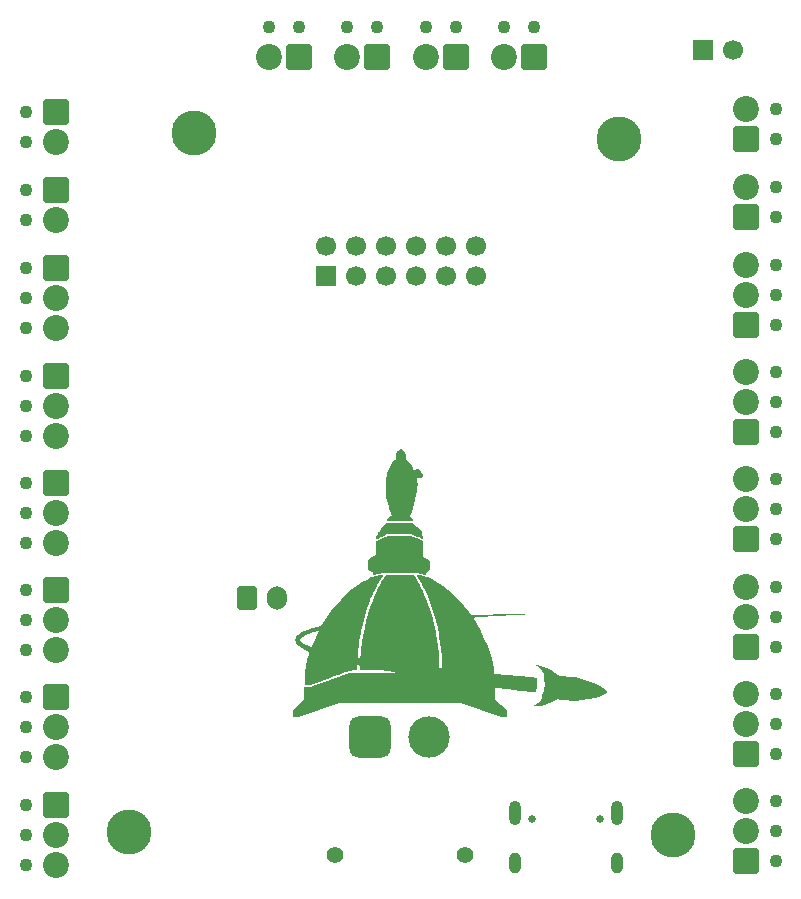
<source format=gbr>
%TF.GenerationSoftware,KiCad,Pcbnew,9.0.4*%
%TF.CreationDate,2025-10-16T14:13:28-04:00*%
%TF.ProjectId,Alpha_Breakout,416c7068-615f-4427-9265-616b6f75742e,rev?*%
%TF.SameCoordinates,Original*%
%TF.FileFunction,Soldermask,Bot*%
%TF.FilePolarity,Negative*%
%FSLAX46Y46*%
G04 Gerber Fmt 4.6, Leading zero omitted, Abs format (unit mm)*
G04 Created by KiCad (PCBNEW 9.0.4) date 2025-10-16 14:13:28*
%MOMM*%
%LPD*%
G01*
G04 APERTURE LIST*
G04 Aperture macros list*
%AMRoundRect*
0 Rectangle with rounded corners*
0 $1 Rounding radius*
0 $2 $3 $4 $5 $6 $7 $8 $9 X,Y pos of 4 corners*
0 Add a 4 corners polygon primitive as box body*
4,1,4,$2,$3,$4,$5,$6,$7,$8,$9,$2,$3,0*
0 Add four circle primitives for the rounded corners*
1,1,$1+$1,$2,$3*
1,1,$1+$1,$4,$5*
1,1,$1+$1,$6,$7*
1,1,$1+$1,$8,$9*
0 Add four rect primitives between the rounded corners*
20,1,$1+$1,$2,$3,$4,$5,0*
20,1,$1+$1,$4,$5,$6,$7,0*
20,1,$1+$1,$6,$7,$8,$9,0*
20,1,$1+$1,$8,$9,$2,$3,0*%
G04 Aperture macros list end*
%ADD10C,0.000000*%
%ADD11C,1.100000*%
%ADD12RoundRect,0.249999X-0.850001X0.850001X-0.850001X-0.850001X0.850001X-0.850001X0.850001X0.850001X0*%
%ADD13C,2.200000*%
%ADD14RoundRect,0.249999X0.850001X-0.850001X0.850001X0.850001X-0.850001X0.850001X-0.850001X-0.850001X0*%
%ADD15RoundRect,0.249999X0.850001X0.850001X-0.850001X0.850001X-0.850001X-0.850001X0.850001X-0.850001X0*%
%ADD16C,1.400000*%
%ADD17RoundRect,0.770000X0.980000X0.980000X-0.980000X0.980000X-0.980000X-0.980000X0.980000X-0.980000X0*%
%ADD18C,3.500000*%
%ADD19C,3.800000*%
%ADD20RoundRect,0.250000X-0.600000X-0.750000X0.600000X-0.750000X0.600000X0.750000X-0.600000X0.750000X0*%
%ADD21O,1.700000X2.000000*%
%ADD22R,1.700000X1.700000*%
%ADD23C,1.700000*%
%ADD24C,0.650000*%
%ADD25O,1.000000X2.100000*%
%ADD26O,1.000000X1.800000*%
G04 APERTURE END LIST*
D10*
%TO.C,G\u002A\u002A\u002A*%
G36*
X159756920Y-117312052D02*
G01*
X159742746Y-117326227D01*
X159728572Y-117312052D01*
X159742746Y-117297878D01*
X159756920Y-117312052D01*
G37*
G36*
X149771655Y-105654229D02*
G01*
X150146875Y-106030223D01*
X150146875Y-106176614D01*
X150146903Y-106186643D01*
X150152762Y-106277143D01*
X150173926Y-106334190D01*
X150217746Y-106378751D01*
X150255254Y-106414864D01*
X150281733Y-106473641D01*
X150288616Y-106565072D01*
X150287990Y-106605849D01*
X150283518Y-106670251D01*
X150276158Y-106695646D01*
X150275912Y-106695620D01*
X150245332Y-106683186D01*
X150171949Y-106650588D01*
X150063924Y-106601531D01*
X149929420Y-106539720D01*
X149776599Y-106468860D01*
X149289498Y-106242075D01*
X148274900Y-106242075D01*
X147260301Y-106242075D01*
X146798272Y-106468860D01*
X146659536Y-106536457D01*
X146526665Y-106600138D01*
X146419103Y-106650547D01*
X146345344Y-106683709D01*
X146313880Y-106695646D01*
X146306410Y-106687829D01*
X146295718Y-106638992D01*
X146291518Y-106560218D01*
X146297396Y-106469386D01*
X146322249Y-106407479D01*
X146376563Y-106350164D01*
X146438405Y-106278141D01*
X146461607Y-106190312D01*
X146466154Y-106159275D01*
X146486664Y-106111388D01*
X146527835Y-106046920D01*
X146594150Y-105959634D01*
X146690095Y-105843293D01*
X146820155Y-105691661D01*
X147178702Y-105278235D01*
X148287569Y-105278235D01*
X149396435Y-105278235D01*
X149771655Y-105654229D01*
G37*
G36*
X149784447Y-106617335D02*
G01*
X150286639Y-106851561D01*
X150294715Y-107513740D01*
X150302790Y-108175918D01*
X150586273Y-108339815D01*
X150869755Y-108503712D01*
X150877620Y-108886131D01*
X150885485Y-109268551D01*
X150686269Y-109420479D01*
X150591142Y-109495977D01*
X150527732Y-109556064D01*
X150495828Y-109604174D01*
X150487054Y-109649954D01*
X150484270Y-109696984D01*
X150463981Y-109714050D01*
X150409096Y-109697367D01*
X150384381Y-109689099D01*
X150301324Y-109666520D01*
X150188114Y-109639544D01*
X150061831Y-109612352D01*
X149990641Y-109599005D01*
X149908756Y-109586813D01*
X149815700Y-109576677D01*
X149704971Y-109568264D01*
X149570065Y-109561241D01*
X149404478Y-109555274D01*
X149201706Y-109550029D01*
X148955246Y-109545172D01*
X148658594Y-109540371D01*
X148334417Y-109536302D01*
X147992452Y-109534530D01*
X147694030Y-109536446D01*
X147432029Y-109542378D01*
X147199328Y-109552656D01*
X146988804Y-109567608D01*
X146793337Y-109587563D01*
X146605804Y-109612850D01*
X146419085Y-109643798D01*
X146309261Y-109663326D01*
X146199848Y-109682318D01*
X146121986Y-109695290D01*
X146087790Y-109700180D01*
X146086302Y-109699949D01*
X146070730Y-109671067D01*
X146059441Y-109608476D01*
X146055007Y-109578398D01*
X146038057Y-109537228D01*
X146000456Y-109497769D01*
X145932321Y-109450729D01*
X145823773Y-109386814D01*
X145596987Y-109257232D01*
X145596987Y-108833973D01*
X145596987Y-108410713D01*
X145944252Y-108232654D01*
X146291518Y-108054596D01*
X146291518Y-107461838D01*
X146291767Y-107343301D01*
X146293740Y-107157564D01*
X146297937Y-107020362D01*
X146304667Y-106926361D01*
X146314237Y-106870222D01*
X146326953Y-106846611D01*
X146358296Y-106830160D01*
X146433662Y-106793083D01*
X146543351Y-106740209D01*
X146678471Y-106675819D01*
X146830134Y-106604197D01*
X147297880Y-106384253D01*
X148290067Y-106383681D01*
X149282255Y-106383110D01*
X149784447Y-106617335D01*
G37*
G36*
X159975953Y-117366873D02*
G01*
X160286237Y-117439551D01*
X160546194Y-117511716D01*
X160760385Y-117584713D01*
X160933371Y-117659884D01*
X161002602Y-117697132D01*
X161138430Y-117779178D01*
X161292034Y-117879774D01*
X161447550Y-117988076D01*
X161589112Y-118093243D01*
X161700857Y-118184430D01*
X161834759Y-118302295D01*
X162234511Y-118307150D01*
X162559777Y-118319985D01*
X163130320Y-118385386D01*
X163691236Y-118503913D01*
X164237478Y-118673880D01*
X164763995Y-118893604D01*
X165265740Y-119161401D01*
X165737663Y-119475586D01*
X165951005Y-119633401D01*
X165639174Y-119782250D01*
X165314810Y-119924594D01*
X164792318Y-120107494D01*
X164249559Y-120244814D01*
X163698640Y-120333116D01*
X163534768Y-120346870D01*
X163313129Y-120355627D01*
X163068095Y-120357326D01*
X162812985Y-120352407D01*
X162561119Y-120341314D01*
X162325818Y-120324487D01*
X162120401Y-120302368D01*
X161958189Y-120275400D01*
X161678989Y-120215434D01*
X161547140Y-120300013D01*
X161388470Y-120391404D01*
X161190123Y-120489012D01*
X160975792Y-120581808D01*
X160765437Y-120661163D01*
X160579018Y-120718451D01*
X160515135Y-120733912D01*
X160239275Y-120781455D01*
X159912835Y-120810492D01*
X159867670Y-120813042D01*
X159724858Y-120821086D01*
X159603804Y-120827875D01*
X159516126Y-120832759D01*
X159473438Y-120835088D01*
X159468838Y-120831236D01*
X159502623Y-120813793D01*
X159572656Y-120786741D01*
X159763600Y-120708993D01*
X159975082Y-120592462D01*
X160137274Y-120462543D01*
X160174714Y-120423084D01*
X160224353Y-120358658D01*
X160266724Y-120281320D01*
X160309010Y-120177085D01*
X160358394Y-120031968D01*
X160373939Y-119983746D01*
X160449787Y-119731223D01*
X160503765Y-119512523D01*
X160538510Y-119313081D01*
X160556657Y-119118337D01*
X160560844Y-118913727D01*
X160560531Y-118886623D01*
X160551738Y-118646009D01*
X160533161Y-118417930D01*
X160506215Y-118213390D01*
X160472316Y-118043390D01*
X160432880Y-117918934D01*
X160377080Y-117819152D01*
X160263748Y-117681823D01*
X160114878Y-117547406D01*
X159941183Y-117426628D01*
X159927383Y-117418209D01*
X159855902Y-117370797D01*
X159826053Y-117342984D01*
X159841964Y-117338441D01*
X159975953Y-117366873D01*
G37*
G36*
X148472180Y-99091745D02*
G01*
X148591059Y-99162370D01*
X148670370Y-99231860D01*
X148776077Y-99375370D01*
X148836645Y-99547657D01*
X148854587Y-99754367D01*
X148854314Y-99784040D01*
X148855705Y-99885216D01*
X148863619Y-99945985D01*
X148881123Y-99979594D01*
X148911284Y-99999285D01*
X148917515Y-100002274D01*
X148996845Y-100054865D01*
X149092826Y-100136554D01*
X149190008Y-100232230D01*
X149272945Y-100326785D01*
X149326188Y-100405109D01*
X149363948Y-100512269D01*
X149381473Y-100673739D01*
X149381473Y-100834001D01*
X149473605Y-100816096D01*
X149615232Y-100791440D01*
X149770781Y-100776766D01*
X149890740Y-100786643D01*
X149985212Y-100823716D01*
X150064302Y-100890629D01*
X150138112Y-100990028D01*
X150175453Y-101053170D01*
X150236142Y-101195342D01*
X150256360Y-101320191D01*
X150234107Y-101418792D01*
X150228455Y-101428716D01*
X150203894Y-101455717D01*
X150162788Y-101471082D01*
X150091767Y-101477979D01*
X149977462Y-101479575D01*
X149949805Y-101479739D01*
X149847482Y-101483461D01*
X149772660Y-101491087D01*
X149739930Y-101501283D01*
X149738163Y-101524426D01*
X149747720Y-101590043D01*
X149768391Y-101678460D01*
X149794531Y-101819046D01*
X149804675Y-102048252D01*
X149786933Y-102325905D01*
X149741342Y-102651506D01*
X149667939Y-103024552D01*
X149614014Y-103268971D01*
X149563002Y-103497849D01*
X149520462Y-103684495D01*
X149484539Y-103835893D01*
X149453381Y-103959025D01*
X149425134Y-104060875D01*
X149397945Y-104148424D01*
X149369961Y-104228656D01*
X149339329Y-104308554D01*
X149304195Y-104395101D01*
X149302347Y-104399585D01*
X149241538Y-104547044D01*
X149200205Y-104651110D01*
X149177007Y-104720878D01*
X149170602Y-104765440D01*
X149179649Y-104793892D01*
X149202805Y-104815327D01*
X149238729Y-104838838D01*
X149259602Y-104854181D01*
X149333487Y-104933964D01*
X149388345Y-105030259D01*
X149409822Y-105119517D01*
X149408035Y-105127344D01*
X149396111Y-105137461D01*
X149368531Y-105145600D01*
X149320168Y-105151969D01*
X149245889Y-105156781D01*
X149140566Y-105160245D01*
X148999067Y-105162572D01*
X148816264Y-105163974D01*
X148587025Y-105164661D01*
X148306220Y-105164843D01*
X147202619Y-105164843D01*
X147225452Y-105085229D01*
X147231532Y-105065040D01*
X147292011Y-104924043D01*
X147371815Y-104811959D01*
X147462803Y-104737974D01*
X147556837Y-104711271D01*
X147599708Y-104706125D01*
X147623884Y-104689149D01*
X147621247Y-104677926D01*
X147601577Y-104622702D01*
X147566883Y-104534730D01*
X147522178Y-104426928D01*
X147482412Y-104324970D01*
X147416819Y-104127392D01*
X147349340Y-103892466D01*
X147283019Y-103631713D01*
X147220900Y-103356655D01*
X147166026Y-103078811D01*
X147133904Y-102861209D01*
X147108952Y-102569989D01*
X147099765Y-102266761D01*
X147106334Y-101968146D01*
X147128653Y-101690761D01*
X147166715Y-101451227D01*
X147167285Y-101448575D01*
X147203809Y-101307506D01*
X147257431Y-101136881D01*
X147323429Y-100948693D01*
X147397076Y-100754937D01*
X147473650Y-100567605D01*
X147548426Y-100398693D01*
X147616680Y-100260194D01*
X147673688Y-100164102D01*
X147700948Y-100126361D01*
X147758842Y-100061164D01*
X147823658Y-100020700D01*
X147919810Y-99987446D01*
X148003125Y-99962797D01*
X148004855Y-99651041D01*
X148006319Y-99544715D01*
X148014045Y-99416036D01*
X148032602Y-99323527D01*
X148066770Y-99254692D01*
X148121331Y-99197030D01*
X148201065Y-99138043D01*
X148252852Y-99106880D01*
X148362943Y-99073467D01*
X148472180Y-99091745D01*
G37*
G36*
X145029671Y-114478922D02*
G01*
X144981306Y-114735232D01*
X144933705Y-115007186D01*
X144888182Y-115285885D01*
X144846053Y-115562427D01*
X144808634Y-115827911D01*
X144777240Y-116073437D01*
X144753187Y-116290104D01*
X144737791Y-116469010D01*
X144732366Y-116601256D01*
X144737818Y-116667838D01*
X144765651Y-116700735D01*
X144832907Y-116718858D01*
X144846181Y-116721173D01*
X144914034Y-116727118D01*
X144950747Y-116720420D01*
X144957711Y-116697786D01*
X144968565Y-116628079D01*
X144980258Y-116524043D01*
X144991229Y-116398100D01*
X145022554Y-116053177D01*
X145096316Y-115468406D01*
X145196075Y-114863187D01*
X145319189Y-114248470D01*
X145463019Y-113635203D01*
X145624923Y-113034336D01*
X145802263Y-112456817D01*
X145992397Y-111913597D01*
X146192685Y-111415624D01*
X146256399Y-111274947D01*
X146354798Y-111070973D01*
X146469180Y-110844220D01*
X146592160Y-110608781D01*
X146716357Y-110378747D01*
X146834387Y-110168214D01*
X146938866Y-109991273D01*
X147099442Y-109729199D01*
X148304241Y-109729967D01*
X149509040Y-109730735D01*
X149676365Y-110001235D01*
X149730725Y-110091456D01*
X149849723Y-110301050D01*
X149979479Y-110542604D01*
X150113296Y-110802714D01*
X150244480Y-111067975D01*
X150366333Y-111324983D01*
X150472159Y-111560333D01*
X150555262Y-111760621D01*
X150783276Y-112391596D01*
X151000951Y-113095248D01*
X151193274Y-113829317D01*
X151357190Y-114582088D01*
X151489641Y-115341852D01*
X151524003Y-115574588D01*
X151563163Y-115870063D01*
X151593049Y-116144771D01*
X151615434Y-116418069D01*
X151632087Y-116709310D01*
X151644778Y-117037851D01*
X151663505Y-117623883D01*
X151783985Y-117632600D01*
X151904464Y-117641317D01*
X151904053Y-117434162D01*
X151894992Y-117034860D01*
X151864987Y-116540478D01*
X151815344Y-116020334D01*
X151747438Y-115488525D01*
X151662643Y-114959151D01*
X151620675Y-114731474D01*
X151504564Y-114172139D01*
X151370901Y-113612839D01*
X151222853Y-113064903D01*
X151063587Y-112539657D01*
X150896271Y-112048428D01*
X150724071Y-111602542D01*
X150679728Y-111500106D01*
X150600258Y-111328074D01*
X150504582Y-111129885D01*
X150399279Y-110918514D01*
X150290929Y-110706939D01*
X150186111Y-110508136D01*
X150091403Y-110335082D01*
X150013384Y-110200752D01*
X149990336Y-110162969D01*
X149920878Y-110049175D01*
X149858433Y-109946964D01*
X149814250Y-109874748D01*
X149799031Y-109849192D01*
X149764482Y-109784200D01*
X149750467Y-109746095D01*
X149751038Y-109743465D01*
X149783968Y-109732724D01*
X149859742Y-109732783D01*
X149967480Y-109742414D01*
X150096299Y-109760388D01*
X150235320Y-109785477D01*
X150373661Y-109816452D01*
X150504047Y-109852882D01*
X150669238Y-109910913D01*
X150845687Y-109986799D01*
X151041925Y-110084572D01*
X151266483Y-110208263D01*
X151527895Y-110361904D01*
X151747779Y-110497201D01*
X152096917Y-110728008D01*
X152403831Y-110953904D01*
X152676640Y-111180674D01*
X152753208Y-111251487D01*
X152886672Y-111383372D01*
X153042335Y-111544504D01*
X153213307Y-111727147D01*
X153392700Y-111923567D01*
X153573621Y-112126029D01*
X153749182Y-112326798D01*
X153912493Y-112518138D01*
X154056663Y-112692316D01*
X154174802Y-112841595D01*
X154260021Y-112958240D01*
X154305883Y-113022358D01*
X154354905Y-113082902D01*
X154384933Y-113110102D01*
X154408105Y-113111731D01*
X154482082Y-113112211D01*
X154598452Y-113111019D01*
X154749222Y-113108279D01*
X154926398Y-113104115D01*
X155121987Y-113098652D01*
X155306707Y-113093213D01*
X155658749Y-113083379D01*
X156022775Y-113073831D01*
X156392542Y-113064696D01*
X156761810Y-113056098D01*
X157124336Y-113048163D01*
X157473880Y-113041016D01*
X157804200Y-113034783D01*
X158109055Y-113029590D01*
X158382203Y-113025562D01*
X158617404Y-113022824D01*
X158808415Y-113021501D01*
X158948996Y-113021720D01*
X159430915Y-113026108D01*
X159104911Y-113049653D01*
X159096705Y-113050240D01*
X158977314Y-113058076D01*
X158813214Y-113067938D01*
X158615343Y-113079213D01*
X158394636Y-113091290D01*
X158162029Y-113103560D01*
X157928460Y-113115409D01*
X157785025Y-113122617D01*
X157480032Y-113138474D01*
X157166158Y-113155437D01*
X156848441Y-113173187D01*
X156531919Y-113191406D01*
X156221631Y-113209777D01*
X155922615Y-113227981D01*
X155639908Y-113245699D01*
X155378550Y-113262613D01*
X155143578Y-113278405D01*
X154940031Y-113292757D01*
X154772946Y-113305351D01*
X154647362Y-113315868D01*
X154568316Y-113323990D01*
X154540848Y-113329399D01*
X154541103Y-113330753D01*
X154558433Y-113366091D01*
X154599026Y-113438768D01*
X154657317Y-113539026D01*
X154727742Y-113657108D01*
X154875977Y-113912678D01*
X155077996Y-114289689D01*
X155279307Y-114695626D01*
X155474419Y-115118064D01*
X155657843Y-115544577D01*
X155824086Y-115962739D01*
X155967659Y-116360124D01*
X156083071Y-116724306D01*
X156085850Y-116733971D01*
X156127799Y-116895993D01*
X156169852Y-117084875D01*
X156209625Y-117286992D01*
X156244737Y-117488719D01*
X156272806Y-117676430D01*
X156291449Y-117836499D01*
X156298284Y-117955301D01*
X156298601Y-117970250D01*
X156308531Y-118040246D01*
X156328009Y-118078210D01*
X156330359Y-118079456D01*
X156349884Y-118085332D01*
X156387126Y-118092185D01*
X156445611Y-118100358D01*
X156528863Y-118110193D01*
X156640409Y-118122029D01*
X156783774Y-118136211D01*
X156962484Y-118153079D01*
X157180064Y-118172974D01*
X157440040Y-118196240D01*
X157745937Y-118223217D01*
X158101281Y-118254247D01*
X158509598Y-118289672D01*
X158509685Y-118289680D01*
X158780839Y-118313316D01*
X159035109Y-118335803D01*
X159266838Y-118356615D01*
X159470367Y-118375231D01*
X159640037Y-118391126D01*
X159770191Y-118403778D01*
X159855169Y-118412663D01*
X159889315Y-118417258D01*
X159918707Y-118453105D01*
X159938236Y-118535042D01*
X159947562Y-118652616D01*
X159947643Y-118795772D01*
X159939439Y-118954452D01*
X159923908Y-119118598D01*
X159910199Y-119218484D01*
X159902009Y-119278153D01*
X159874702Y-119423061D01*
X159842945Y-119543264D01*
X159807698Y-119628706D01*
X159769919Y-119669328D01*
X159747689Y-119669120D01*
X159673112Y-119662530D01*
X159551472Y-119649421D01*
X159387886Y-119630414D01*
X159187467Y-119606133D01*
X158955331Y-119577197D01*
X158696593Y-119544231D01*
X158416367Y-119507854D01*
X158119768Y-119468690D01*
X157890341Y-119438228D01*
X157604339Y-119400494D01*
X157337993Y-119365619D01*
X157096522Y-119334273D01*
X156885147Y-119307126D01*
X156709086Y-119284846D01*
X156573559Y-119268103D01*
X156483785Y-119257566D01*
X156444984Y-119253905D01*
X156441828Y-119253913D01*
X156420456Y-119256228D01*
X156405067Y-119268104D01*
X156394677Y-119297397D01*
X156388306Y-119351963D01*
X156384972Y-119439659D01*
X156383691Y-119568339D01*
X156383482Y-119745859D01*
X156383482Y-120237814D01*
X156863852Y-120688438D01*
X157344222Y-121139061D01*
X157345772Y-121457979D01*
X157347322Y-121776896D01*
X157097759Y-121776896D01*
X156848197Y-121776896D01*
X155173482Y-121153235D01*
X153498767Y-120529575D01*
X148311030Y-120529575D01*
X143123292Y-120529575D01*
X141445898Y-121153235D01*
X139768505Y-121776896D01*
X139529007Y-121776896D01*
X139289509Y-121776896D01*
X139289509Y-121456178D01*
X139289509Y-121135459D01*
X139755233Y-120697863D01*
X140220957Y-120260267D01*
X140222979Y-119742912D01*
X140225000Y-119225557D01*
X140491094Y-119225557D01*
X140757188Y-119225557D01*
X140977503Y-119143617D01*
X155660603Y-119143617D01*
X155745648Y-119183308D01*
X155797831Y-119199788D01*
X155899848Y-119215618D01*
X156014956Y-119220742D01*
X156199219Y-119218484D01*
X156043304Y-119196033D01*
X155987595Y-119188082D01*
X155870666Y-119171728D01*
X155773996Y-119158599D01*
X155660603Y-119143617D01*
X140977503Y-119143617D01*
X142395940Y-118616070D01*
X144034693Y-118006584D01*
X146018277Y-118006584D01*
X146259065Y-118006483D01*
X146576077Y-118006029D01*
X146872357Y-118005239D01*
X147143409Y-118004144D01*
X147384738Y-118002775D01*
X147591848Y-118001163D01*
X147760244Y-117999340D01*
X147885430Y-117997337D01*
X147962911Y-117995185D01*
X147988191Y-117992915D01*
X147973115Y-117987400D01*
X147910349Y-117971477D01*
X147807961Y-117948297D01*
X147675573Y-117920013D01*
X147522808Y-117888778D01*
X147466951Y-117877620D01*
X147357486Y-117856313D01*
X147260387Y-117839058D01*
X147167982Y-117825314D01*
X147072598Y-117814540D01*
X146966561Y-117806195D01*
X146842199Y-117799738D01*
X146691838Y-117794627D01*
X146507806Y-117790323D01*
X146282430Y-117786283D01*
X146008036Y-117781967D01*
X144944978Y-117765624D01*
X144943934Y-117586768D01*
X144943764Y-117569668D01*
X144935896Y-117460309D01*
X144911234Y-117395127D01*
X144862390Y-117363551D01*
X144781976Y-117355009D01*
X144704018Y-117354575D01*
X144704018Y-117563087D01*
X144704018Y-117771599D01*
X144512668Y-117789671D01*
X144417752Y-117797338D01*
X144284647Y-117804928D01*
X144173933Y-117807945D01*
X144171902Y-117807957D01*
X144133024Y-117811086D01*
X144081575Y-117820711D01*
X144013529Y-117838239D01*
X143924860Y-117865078D01*
X143811541Y-117902633D01*
X143669545Y-117952312D01*
X143494847Y-118015522D01*
X143283420Y-118093669D01*
X143031237Y-118188161D01*
X142734272Y-118300405D01*
X142388498Y-118431807D01*
X140750448Y-119055468D01*
X140497609Y-119055468D01*
X140244770Y-119055468D01*
X140261525Y-118566461D01*
X140265213Y-118470034D01*
X140301049Y-117937775D01*
X140362019Y-117450580D01*
X140448931Y-117003145D01*
X140562592Y-116590168D01*
X140596140Y-116481745D01*
X140631912Y-116350389D01*
X140647623Y-116265506D01*
X140642602Y-116230110D01*
X140616795Y-116216226D01*
X140547987Y-116181264D01*
X140449481Y-116132198D01*
X140333070Y-116074940D01*
X140271904Y-116044576D01*
X140012666Y-115902783D01*
X139806500Y-115764672D01*
X139650758Y-115627577D01*
X139542793Y-115488834D01*
X139479956Y-115345776D01*
X139459598Y-115195738D01*
X139459932Y-115180961D01*
X139856473Y-115180961D01*
X139856840Y-115188449D01*
X139888493Y-115261163D01*
X139966331Y-115345991D01*
X140083444Y-115438040D01*
X140232925Y-115532414D01*
X140407864Y-115624221D01*
X140601352Y-115708567D01*
X140638469Y-115723150D01*
X140733509Y-115760062D01*
X140801358Y-115785773D01*
X140829265Y-115795423D01*
X140836213Y-115784035D01*
X140861360Y-115730554D01*
X140899822Y-115643246D01*
X140946635Y-115533202D01*
X140960490Y-115500494D01*
X141019540Y-115365398D01*
X141092852Y-115202290D01*
X141172424Y-115028844D01*
X141250250Y-114862735D01*
X141291681Y-114774899D01*
X141352102Y-114644682D01*
X141400383Y-114537956D01*
X141432386Y-114463926D01*
X141443973Y-114431795D01*
X141443824Y-114430982D01*
X141415362Y-114430858D01*
X141343814Y-114448334D01*
X141238084Y-114480247D01*
X141107079Y-114523433D01*
X140959701Y-114574729D01*
X140804856Y-114630972D01*
X140651448Y-114688999D01*
X140508382Y-114745645D01*
X140384562Y-114797748D01*
X140288894Y-114842143D01*
X140223124Y-114876238D01*
X140071303Y-114965013D01*
X139955771Y-115048383D01*
X139882252Y-115121861D01*
X139856473Y-115180961D01*
X139459932Y-115180961D01*
X139460247Y-115167043D01*
X139486647Y-115028507D01*
X139556210Y-114902912D01*
X139675152Y-114778220D01*
X139769877Y-114704470D01*
X139965725Y-114587384D01*
X140216881Y-114470864D01*
X140523693Y-114354769D01*
X140886506Y-114238962D01*
X141305669Y-114123301D01*
X141663459Y-114030839D01*
X141786230Y-113814637D01*
X141787088Y-113813127D01*
X141947603Y-113542328D01*
X142118776Y-113277902D01*
X142306066Y-113012709D01*
X142514933Y-112739610D01*
X142750835Y-112451463D01*
X143019233Y-112141131D01*
X143325585Y-111801473D01*
X143526294Y-111586734D01*
X143773756Y-111336600D01*
X144010609Y-111117133D01*
X144248489Y-110918764D01*
X144499031Y-110731919D01*
X144773871Y-110547029D01*
X145084646Y-110354522D01*
X145303845Y-110225379D01*
X145521514Y-110103966D01*
X145710356Y-110007854D01*
X145879481Y-109932724D01*
X146038000Y-109874255D01*
X146195022Y-109828131D01*
X146255817Y-109813054D01*
X146394476Y-109783094D01*
X146532405Y-109758351D01*
X146658688Y-109740268D01*
X146762406Y-109730290D01*
X146832644Y-109729858D01*
X146858482Y-109740416D01*
X146843757Y-109786117D01*
X146803008Y-109864935D01*
X146743947Y-109962563D01*
X146674295Y-110065379D01*
X146672312Y-110068161D01*
X146618164Y-110152622D01*
X146545061Y-110278109D01*
X146458102Y-110434876D01*
X146362386Y-110613174D01*
X146263011Y-110803257D01*
X146165077Y-110995378D01*
X146073682Y-111179789D01*
X145993925Y-111346743D01*
X145930905Y-111486494D01*
X145890637Y-111582540D01*
X145787936Y-111847077D01*
X145679045Y-112151702D01*
X145567364Y-112485462D01*
X145456293Y-112837403D01*
X145349232Y-113196572D01*
X145249580Y-113552018D01*
X145160739Y-113892785D01*
X145086109Y-114207923D01*
X145077483Y-114247157D01*
X145039393Y-114431795D01*
X145029671Y-114478922D01*
G37*
%TD*%
D11*
%TO.C,J7*%
X116660000Y-111000000D03*
X116660000Y-113540000D03*
X116660000Y-116080000D03*
D12*
X119200000Y-111000000D03*
D13*
X119200000Y-113540000D03*
X119200000Y-116080000D03*
%TD*%
D11*
%TO.C,J12*%
X180140000Y-115780000D03*
X180140000Y-113240000D03*
X180140000Y-110700000D03*
D14*
X177600000Y-115780000D03*
D13*
X177600000Y-113240000D03*
X177600000Y-110700000D03*
%TD*%
D11*
%TO.C,J8*%
X180140000Y-124860000D03*
X180140000Y-122320000D03*
X180140000Y-119780000D03*
D14*
X177600000Y-124860000D03*
D13*
X177600000Y-122320000D03*
X177600000Y-119780000D03*
%TD*%
D11*
%TO.C,J18*%
X146340000Y-63360000D03*
X143800000Y-63360000D03*
D15*
X146340000Y-65900000D03*
D13*
X143800000Y-65900000D03*
%TD*%
D11*
%TO.C,J26*%
X116620000Y-70535147D03*
X116620000Y-73075147D03*
D12*
X119160000Y-70535147D03*
D13*
X119160000Y-73075147D03*
%TD*%
D11*
%TO.C,J29*%
X180140000Y-72779288D03*
X180140000Y-70239288D03*
D14*
X177600000Y-72779288D03*
D13*
X177600000Y-70239288D03*
%TD*%
D16*
%TO.C,J22*%
X153800000Y-133400000D03*
X142800000Y-133400000D03*
D17*
X145800000Y-123400000D03*
D18*
X150800000Y-123400000D03*
%TD*%
D11*
%TO.C,J14*%
X116660000Y-92840000D03*
X116660000Y-95380000D03*
X116660000Y-97920000D03*
D12*
X119200000Y-92840000D03*
D13*
X119200000Y-95380000D03*
X119200000Y-97920000D03*
%TD*%
D11*
%TO.C,J10*%
X116660000Y-83760000D03*
X116660000Y-86300000D03*
X116660000Y-88840000D03*
D12*
X119200000Y-83760000D03*
D13*
X119200000Y-86300000D03*
X119200000Y-88840000D03*
%TD*%
D11*
%TO.C,J27*%
X116620000Y-77135149D03*
X116620000Y-79675149D03*
D12*
X119160000Y-77135149D03*
D13*
X119160000Y-79675149D03*
%TD*%
D11*
%TO.C,J16*%
X180140000Y-106700000D03*
X180140000Y-104160000D03*
X180140000Y-101620000D03*
D14*
X177600000Y-106700000D03*
D13*
X177600000Y-104160000D03*
X177600000Y-101620000D03*
%TD*%
D19*
%TO.C,H3*%
X171400000Y-131700000D03*
%TD*%
%TO.C,H1*%
X130900000Y-72300000D03*
%TD*%
D11*
%TO.C,J28*%
X180140000Y-79369291D03*
X180140000Y-76829291D03*
D14*
X177600000Y-79369291D03*
D13*
X177600000Y-76829291D03*
%TD*%
D20*
%TO.C,J36*%
X135400000Y-111700000D03*
D21*
X137900000Y-111700000D03*
%TD*%
D22*
%TO.C,J34*%
X174000000Y-65300000D03*
D23*
X176540000Y-65300000D03*
%TD*%
D19*
%TO.C,H2*%
X166900000Y-72800000D03*
%TD*%
D11*
%TO.C,J9*%
X180140000Y-88540000D03*
X180140000Y-86000000D03*
X180140000Y-83460000D03*
D14*
X177600000Y-88540000D03*
D13*
X177600000Y-86000000D03*
X177600000Y-83460000D03*
%TD*%
D24*
%TO.C,J2*%
X159515000Y-130400000D03*
X165295000Y-130400000D03*
D25*
X158085000Y-129900000D03*
D26*
X158085000Y-134080000D03*
D25*
X166725000Y-129900000D03*
D26*
X166725000Y-134080000D03*
%TD*%
D11*
%TO.C,J5*%
X180140000Y-97620000D03*
X180140000Y-95080000D03*
X180140000Y-92540000D03*
D14*
X177600000Y-97620000D03*
D13*
X177600000Y-95080000D03*
X177600000Y-92540000D03*
%TD*%
D11*
%TO.C,J3*%
X116660000Y-101920000D03*
X116660000Y-104460000D03*
X116660000Y-107000000D03*
D12*
X119200000Y-101920000D03*
D13*
X119200000Y-104460000D03*
X119200000Y-107000000D03*
%TD*%
D11*
%TO.C,J19*%
X139750000Y-63350000D03*
X137210000Y-63350000D03*
D15*
X139750000Y-65890000D03*
D13*
X137210000Y-65890000D03*
%TD*%
D11*
%TO.C,J20*%
X153040000Y-63350000D03*
X150500000Y-63350000D03*
D15*
X153040000Y-65890000D03*
D13*
X150500000Y-65890000D03*
%TD*%
D11*
%TO.C,J21*%
X159640000Y-63360000D03*
X157100000Y-63360000D03*
D15*
X159640000Y-65900000D03*
D13*
X157100000Y-65900000D03*
%TD*%
D22*
%TO.C,J35*%
X142080000Y-84440000D03*
D23*
X142080000Y-81900000D03*
X144620000Y-84440000D03*
X144620000Y-81900000D03*
X147159999Y-84440000D03*
X147160000Y-81900000D03*
X149700000Y-84440000D03*
X149700000Y-81900000D03*
X152240000Y-84440000D03*
X152240000Y-81900000D03*
X154780000Y-84440000D03*
X154780000Y-81900000D03*
%TD*%
D19*
%TO.C,H4*%
X125400000Y-131500000D03*
%TD*%
D11*
%TO.C,J4*%
X180140000Y-133940000D03*
X180140000Y-131400000D03*
X180140000Y-128860000D03*
D14*
X177600000Y-133940000D03*
D13*
X177600000Y-131400000D03*
X177600000Y-128860000D03*
%TD*%
D11*
%TO.C,J15*%
X116660000Y-129160000D03*
X116660000Y-131700000D03*
X116660000Y-134240000D03*
D12*
X119200000Y-129160000D03*
D13*
X119200000Y-131700000D03*
X119200000Y-134240000D03*
%TD*%
D11*
%TO.C,J11*%
X116660000Y-120080000D03*
X116660000Y-122620000D03*
X116660000Y-125160000D03*
D12*
X119200000Y-120080000D03*
D13*
X119200000Y-122620000D03*
X119200000Y-125160000D03*
%TD*%
M02*

</source>
